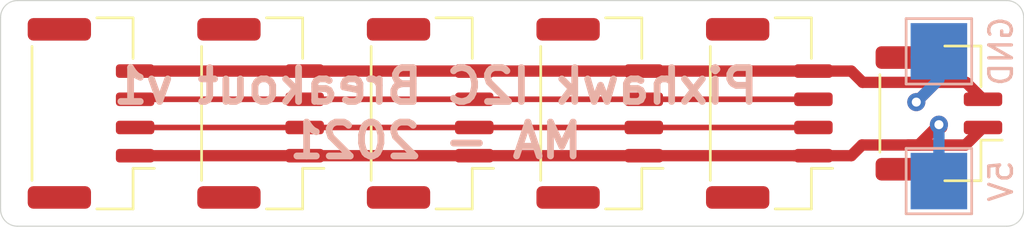
<source format=kicad_pcb>
(kicad_pcb (version 20171130) (host pcbnew "(5.1.5)-3")

  (general
    (thickness 1.6)
    (drawings 9)
    (tracks 25)
    (zones 0)
    (modules 8)
    (nets 5)
  )

  (page A4)
  (layers
    (0 F.Cu signal)
    (31 B.Cu signal)
    (32 B.Adhes user)
    (33 F.Adhes user)
    (34 B.Paste user)
    (35 F.Paste user)
    (36 B.SilkS user)
    (37 F.SilkS user)
    (38 B.Mask user)
    (39 F.Mask user)
    (40 Dwgs.User user)
    (41 Cmts.User user)
    (42 Eco1.User user)
    (43 Eco2.User user)
    (44 Edge.Cuts user)
    (45 Margin user)
    (46 B.CrtYd user)
    (47 F.CrtYd user)
    (48 B.Fab user hide)
    (49 F.Fab user hide)
  )

  (setup
    (last_trace_width 0.25)
    (trace_clearance 0.2)
    (zone_clearance 0.508)
    (zone_45_only no)
    (trace_min 0.2)
    (via_size 0.8)
    (via_drill 0.4)
    (via_min_size 0.4)
    (via_min_drill 0.3)
    (uvia_size 0.3)
    (uvia_drill 0.1)
    (uvias_allowed no)
    (uvia_min_size 0.2)
    (uvia_min_drill 0.1)
    (edge_width 0.05)
    (segment_width 0.2)
    (pcb_text_width 0.3)
    (pcb_text_size 1.5 1.5)
    (mod_edge_width 0.12)
    (mod_text_size 1 1)
    (mod_text_width 0.15)
    (pad_size 1.524 1.524)
    (pad_drill 0.762)
    (pad_to_mask_clearance 0.051)
    (solder_mask_min_width 0.25)
    (aux_axis_origin 0 0)
    (visible_elements FFFFFF7F)
    (pcbplotparams
      (layerselection 0x010fc_ffffffff)
      (usegerberextensions true)
      (usegerberattributes false)
      (usegerberadvancedattributes false)
      (creategerberjobfile false)
      (excludeedgelayer true)
      (linewidth 0.100000)
      (plotframeref false)
      (viasonmask false)
      (mode 1)
      (useauxorigin false)
      (hpglpennumber 1)
      (hpglpenspeed 20)
      (hpglpendiameter 15.000000)
      (psnegative false)
      (psa4output false)
      (plotreference true)
      (plotvalue true)
      (plotinvisibletext false)
      (padsonsilk false)
      (subtractmaskfromsilk true)
      (outputformat 1)
      (mirror false)
      (drillshape 0)
      (scaleselection 1)
      (outputdirectory "outputs/"))
  )

  (net 0 "")
  (net 1 Earth)
  (net 2 +5V)
  (net 3 "Net-(J2-Pad3)")
  (net 4 "Net-(J2-Pad2)")

  (net_class Default "This is the default net class."
    (clearance 0.2)
    (trace_width 0.25)
    (via_dia 0.8)
    (via_drill 0.4)
    (uvia_dia 0.3)
    (uvia_drill 0.1)
    (add_net "Net-(J2-Pad2)")
    (add_net "Net-(J2-Pad3)")
  )

  (net_class Power ""
    (clearance 0.2)
    (trace_width 0.5)
    (via_dia 0.8)
    (via_drill 0.4)
    (uvia_dia 0.3)
    (uvia_drill 0.1)
    (add_net +5V)
    (add_net Earth)
  )

  (module TestPoint:TestPoint_Pad_2.5x2.5mm (layer B.Cu) (tedit 5A0F774F) (tstamp 616D21B0)
    (at 210 72.25)
    (descr "SMD rectangular pad as test Point, square 2.5mm side length")
    (tags "test point SMD pad rectangle square")
    (path /616D4A04)
    (attr virtual)
    (fp_text reference J8 (at 0 2.148) (layer F.Fab)
      (effects (font (size 1 1) (thickness 0.15)) (justify mirror))
    )
    (fp_text value GND (at 2.75 0 270) (layer B.SilkS)
      (effects (font (size 1 1) (thickness 0.15)) (justify mirror))
    )
    (fp_line (start 1.75 -1.75) (end -1.75 -1.75) (layer B.CrtYd) (width 0.05))
    (fp_line (start 1.75 -1.75) (end 1.75 1.75) (layer B.CrtYd) (width 0.05))
    (fp_line (start -1.75 1.75) (end -1.75 -1.75) (layer B.CrtYd) (width 0.05))
    (fp_line (start -1.75 1.75) (end 1.75 1.75) (layer B.CrtYd) (width 0.05))
    (fp_line (start -1.45 -1.45) (end -1.45 1.45) (layer B.SilkS) (width 0.12))
    (fp_line (start 1.45 -1.45) (end -1.45 -1.45) (layer B.SilkS) (width 0.12))
    (fp_line (start 1.45 1.45) (end 1.45 -1.45) (layer B.SilkS) (width 0.12))
    (fp_line (start -1.45 1.45) (end 1.45 1.45) (layer B.SilkS) (width 0.12))
    (fp_text user %R (at 0 2.15) (layer B.Fab)
      (effects (font (size 1 1) (thickness 0.15)) (justify mirror))
    )
    (pad 1 smd rect (at 0 0) (size 2.5 2.5) (layers B.Cu B.Mask)
      (net 1 Earth))
  )

  (module TestPoint:TestPoint_Pad_2.5x2.5mm (layer B.Cu) (tedit 5A0F774F) (tstamp 616D21A2)
    (at 210 78)
    (descr "SMD rectangular pad as test Point, square 2.5mm side length")
    (tags "test point SMD pad rectangle square")
    (path /616D4732)
    (attr virtual)
    (fp_text reference J7 (at 0 2.148) (layer F.Fab)
      (effects (font (size 1 1) (thickness 0.15)) (justify mirror))
    )
    (fp_text value 5V (at 2.75 0 90) (layer B.SilkS)
      (effects (font (size 1 1) (thickness 0.15)) (justify mirror))
    )
    (fp_line (start 1.75 -1.75) (end -1.75 -1.75) (layer B.CrtYd) (width 0.05))
    (fp_line (start 1.75 -1.75) (end 1.75 1.75) (layer B.CrtYd) (width 0.05))
    (fp_line (start -1.75 1.75) (end -1.75 -1.75) (layer B.CrtYd) (width 0.05))
    (fp_line (start -1.75 1.75) (end 1.75 1.75) (layer B.CrtYd) (width 0.05))
    (fp_line (start -1.45 -1.45) (end -1.45 1.45) (layer B.SilkS) (width 0.12))
    (fp_line (start 1.45 -1.45) (end -1.45 -1.45) (layer B.SilkS) (width 0.12))
    (fp_line (start 1.45 1.45) (end 1.45 -1.45) (layer B.SilkS) (width 0.12))
    (fp_line (start -1.45 1.45) (end 1.45 1.45) (layer B.SilkS) (width 0.12))
    (fp_text user %R (at 0 2.15) (layer B.Fab)
      (effects (font (size 1 1) (thickness 0.15)) (justify mirror))
    )
    (pad 1 smd rect (at 0 0) (size 2.5 2.5) (layers B.Cu B.Mask)
      (net 2 +5V))
  )

  (module Connector_JST:JST_GH_BM04B-GHS-TBT_1x04-1MP_P1.25mm_Vertical (layer F.Cu) (tedit 5B78AD87) (tstamp 616CD8AA)
    (at 180 75 90)
    (descr "JST GH series connector, BM04B-GHS-TBT (http://www.jst-mfg.com/product/pdf/eng/eGH.pdf), generated with kicad-footprint-generator")
    (tags "connector JST GH side entry")
    (path /616CEBB2)
    (attr smd)
    (fp_text reference J6 (at 0 -4 90) (layer F.Fab)
      (effects (font (size 1 1) (thickness 0.15)))
    )
    (fp_text value Conn_01x04_Male (at 0 4 90) (layer F.Fab)
      (effects (font (size 1 1) (thickness 0.15)))
    )
    (fp_text user %R (at 0 -1.5 90) (layer F.Fab)
      (effects (font (size 1 1) (thickness 0.15)))
    )
    (fp_line (start -1.875 1.042893) (end -1.375 1.75) (layer F.Fab) (width 0.1))
    (fp_line (start -2.375 1.75) (end -1.875 1.042893) (layer F.Fab) (width 0.1))
    (fp_line (start 4.72 -3.3) (end -4.72 -3.3) (layer F.CrtYd) (width 0.05))
    (fp_line (start 4.72 3.3) (end 4.72 -3.3) (layer F.CrtYd) (width 0.05))
    (fp_line (start -4.72 3.3) (end 4.72 3.3) (layer F.CrtYd) (width 0.05))
    (fp_line (start -4.72 -3.3) (end -4.72 3.3) (layer F.CrtYd) (width 0.05))
    (fp_line (start 2.125 -0.5) (end 1.625 -0.5) (layer F.Fab) (width 0.1))
    (fp_line (start 2.125 0) (end 2.125 -0.5) (layer F.Fab) (width 0.1))
    (fp_line (start 1.625 0) (end 2.125 0) (layer F.Fab) (width 0.1))
    (fp_line (start 1.625 -0.5) (end 1.625 0) (layer F.Fab) (width 0.1))
    (fp_line (start 0.875 -0.5) (end 0.375 -0.5) (layer F.Fab) (width 0.1))
    (fp_line (start 0.875 0) (end 0.875 -0.5) (layer F.Fab) (width 0.1))
    (fp_line (start 0.375 0) (end 0.875 0) (layer F.Fab) (width 0.1))
    (fp_line (start 0.375 -0.5) (end 0.375 0) (layer F.Fab) (width 0.1))
    (fp_line (start -0.375 -0.5) (end -0.875 -0.5) (layer F.Fab) (width 0.1))
    (fp_line (start -0.375 0) (end -0.375 -0.5) (layer F.Fab) (width 0.1))
    (fp_line (start -0.875 0) (end -0.375 0) (layer F.Fab) (width 0.1))
    (fp_line (start -0.875 -0.5) (end -0.875 0) (layer F.Fab) (width 0.1))
    (fp_line (start -1.625 -0.5) (end -2.125 -0.5) (layer F.Fab) (width 0.1))
    (fp_line (start -1.625 0) (end -1.625 -0.5) (layer F.Fab) (width 0.1))
    (fp_line (start -2.125 0) (end -1.625 0) (layer F.Fab) (width 0.1))
    (fp_line (start -2.125 -0.5) (end -2.125 0) (layer F.Fab) (width 0.1))
    (fp_line (start 4.125 1.75) (end 4.125 -2.5) (layer F.Fab) (width 0.1))
    (fp_line (start -4.125 1.75) (end -4.125 -2.5) (layer F.Fab) (width 0.1))
    (fp_line (start -4.125 -2.5) (end 4.125 -2.5) (layer F.Fab) (width 0.1))
    (fp_line (start -2.965 -2.61) (end 2.965 -2.61) (layer F.SilkS) (width 0.12))
    (fp_line (start 4.235 1.86) (end 2.435 1.86) (layer F.SilkS) (width 0.12))
    (fp_line (start 4.235 0.26) (end 4.235 1.86) (layer F.SilkS) (width 0.12))
    (fp_line (start -2.435 1.86) (end -2.435 2.8) (layer F.SilkS) (width 0.12))
    (fp_line (start -4.235 1.86) (end -2.435 1.86) (layer F.SilkS) (width 0.12))
    (fp_line (start -4.235 0.26) (end -4.235 1.86) (layer F.SilkS) (width 0.12))
    (fp_line (start -4.125 1.75) (end 4.125 1.75) (layer F.Fab) (width 0.1))
    (pad MP smd roundrect (at 3.725 -1.4 90) (size 1 2.8) (layers F.Cu F.Paste F.Mask) (roundrect_rratio 0.25))
    (pad MP smd roundrect (at -3.725 -1.4 90) (size 1 2.8) (layers F.Cu F.Paste F.Mask) (roundrect_rratio 0.25))
    (pad 4 smd roundrect (at 1.875 1.95 90) (size 0.6 1.7) (layers F.Cu F.Paste F.Mask) (roundrect_rratio 0.25)
      (net 1 Earth))
    (pad 3 smd roundrect (at 0.625 1.95 90) (size 0.6 1.7) (layers F.Cu F.Paste F.Mask) (roundrect_rratio 0.25)
      (net 3 "Net-(J2-Pad3)"))
    (pad 2 smd roundrect (at -0.625 1.95 90) (size 0.6 1.7) (layers F.Cu F.Paste F.Mask) (roundrect_rratio 0.25)
      (net 4 "Net-(J2-Pad2)"))
    (pad 1 smd roundrect (at -1.875 1.95 90) (size 0.6 1.7) (layers F.Cu F.Paste F.Mask) (roundrect_rratio 0.25)
      (net 2 +5V))
    (model ${KISYS3DMOD}/Connector_JST.3dshapes/JST_GH_BM04B-GHS-TBT_1x04-1MP_P1.25mm_Vertical.wrl
      (at (xyz 0 0 0))
      (scale (xyz 1 1 1))
      (rotate (xyz 0 0 0))
    )
  )

  (module Connector_JST:JST_GH_BM04B-GHS-TBT_1x04-1MP_P1.25mm_Vertical (layer F.Cu) (tedit 5B78AD87) (tstamp 616CD70C)
    (at 195 75 90)
    (descr "JST GH series connector, BM04B-GHS-TBT (http://www.jst-mfg.com/product/pdf/eng/eGH.pdf), generated with kicad-footprint-generator")
    (tags "connector JST GH side entry")
    (path /616CE858)
    (attr smd)
    (fp_text reference J5 (at 0 -4 90) (layer F.Fab)
      (effects (font (size 1 1) (thickness 0.15)))
    )
    (fp_text value Conn_01x04_Male (at 0 4 90) (layer F.Fab)
      (effects (font (size 1 1) (thickness 0.15)))
    )
    (fp_text user %R (at 0 -1.5 90) (layer F.Fab)
      (effects (font (size 1 1) (thickness 0.15)))
    )
    (fp_line (start -1.875 1.042893) (end -1.375 1.75) (layer F.Fab) (width 0.1))
    (fp_line (start -2.375 1.75) (end -1.875 1.042893) (layer F.Fab) (width 0.1))
    (fp_line (start 4.72 -3.3) (end -4.72 -3.3) (layer F.CrtYd) (width 0.05))
    (fp_line (start 4.72 3.3) (end 4.72 -3.3) (layer F.CrtYd) (width 0.05))
    (fp_line (start -4.72 3.3) (end 4.72 3.3) (layer F.CrtYd) (width 0.05))
    (fp_line (start -4.72 -3.3) (end -4.72 3.3) (layer F.CrtYd) (width 0.05))
    (fp_line (start 2.125 -0.5) (end 1.625 -0.5) (layer F.Fab) (width 0.1))
    (fp_line (start 2.125 0) (end 2.125 -0.5) (layer F.Fab) (width 0.1))
    (fp_line (start 1.625 0) (end 2.125 0) (layer F.Fab) (width 0.1))
    (fp_line (start 1.625 -0.5) (end 1.625 0) (layer F.Fab) (width 0.1))
    (fp_line (start 0.875 -0.5) (end 0.375 -0.5) (layer F.Fab) (width 0.1))
    (fp_line (start 0.875 0) (end 0.875 -0.5) (layer F.Fab) (width 0.1))
    (fp_line (start 0.375 0) (end 0.875 0) (layer F.Fab) (width 0.1))
    (fp_line (start 0.375 -0.5) (end 0.375 0) (layer F.Fab) (width 0.1))
    (fp_line (start -0.375 -0.5) (end -0.875 -0.5) (layer F.Fab) (width 0.1))
    (fp_line (start -0.375 0) (end -0.375 -0.5) (layer F.Fab) (width 0.1))
    (fp_line (start -0.875 0) (end -0.375 0) (layer F.Fab) (width 0.1))
    (fp_line (start -0.875 -0.5) (end -0.875 0) (layer F.Fab) (width 0.1))
    (fp_line (start -1.625 -0.5) (end -2.125 -0.5) (layer F.Fab) (width 0.1))
    (fp_line (start -1.625 0) (end -1.625 -0.5) (layer F.Fab) (width 0.1))
    (fp_line (start -2.125 0) (end -1.625 0) (layer F.Fab) (width 0.1))
    (fp_line (start -2.125 -0.5) (end -2.125 0) (layer F.Fab) (width 0.1))
    (fp_line (start 4.125 1.75) (end 4.125 -2.5) (layer F.Fab) (width 0.1))
    (fp_line (start -4.125 1.75) (end -4.125 -2.5) (layer F.Fab) (width 0.1))
    (fp_line (start -4.125 -2.5) (end 4.125 -2.5) (layer F.Fab) (width 0.1))
    (fp_line (start -2.965 -2.61) (end 2.965 -2.61) (layer F.SilkS) (width 0.12))
    (fp_line (start 4.235 1.86) (end 2.435 1.86) (layer F.SilkS) (width 0.12))
    (fp_line (start 4.235 0.26) (end 4.235 1.86) (layer F.SilkS) (width 0.12))
    (fp_line (start -2.435 1.86) (end -2.435 2.8) (layer F.SilkS) (width 0.12))
    (fp_line (start -4.235 1.86) (end -2.435 1.86) (layer F.SilkS) (width 0.12))
    (fp_line (start -4.235 0.26) (end -4.235 1.86) (layer F.SilkS) (width 0.12))
    (fp_line (start -4.125 1.75) (end 4.125 1.75) (layer F.Fab) (width 0.1))
    (pad MP smd roundrect (at 3.725 -1.4 90) (size 1 2.8) (layers F.Cu F.Paste F.Mask) (roundrect_rratio 0.25))
    (pad MP smd roundrect (at -3.725 -1.4 90) (size 1 2.8) (layers F.Cu F.Paste F.Mask) (roundrect_rratio 0.25))
    (pad 4 smd roundrect (at 1.875 1.95 90) (size 0.6 1.7) (layers F.Cu F.Paste F.Mask) (roundrect_rratio 0.25)
      (net 1 Earth))
    (pad 3 smd roundrect (at 0.625 1.95 90) (size 0.6 1.7) (layers F.Cu F.Paste F.Mask) (roundrect_rratio 0.25)
      (net 3 "Net-(J2-Pad3)"))
    (pad 2 smd roundrect (at -0.625 1.95 90) (size 0.6 1.7) (layers F.Cu F.Paste F.Mask) (roundrect_rratio 0.25)
      (net 4 "Net-(J2-Pad2)"))
    (pad 1 smd roundrect (at -1.875 1.95 90) (size 0.6 1.7) (layers F.Cu F.Paste F.Mask) (roundrect_rratio 0.25)
      (net 2 +5V))
    (model ${KISYS3DMOD}/Connector_JST.3dshapes/JST_GH_BM04B-GHS-TBT_1x04-1MP_P1.25mm_Vertical.wrl
      (at (xyz 0 0 0))
      (scale (xyz 1 1 1))
      (rotate (xyz 0 0 0))
    )
  )

  (module Connector_JST:JST_GH_BM04B-GHS-TBT_1x04-1MP_P1.25mm_Vertical (layer F.Cu) (tedit 5B78AD87) (tstamp 616CD6E1)
    (at 172.5 75 90)
    (descr "JST GH series connector, BM04B-GHS-TBT (http://www.jst-mfg.com/product/pdf/eng/eGH.pdf), generated with kicad-footprint-generator")
    (tags "connector JST GH side entry")
    (path /616CE520)
    (attr smd)
    (fp_text reference J4 (at 0 -4 90) (layer F.Fab)
      (effects (font (size 1 1) (thickness 0.15)))
    )
    (fp_text value Conn_01x04_Male (at 0 4 90) (layer F.Fab)
      (effects (font (size 1 1) (thickness 0.15)))
    )
    (fp_text user %R (at 0 -1.5 90) (layer F.Fab)
      (effects (font (size 1 1) (thickness 0.15)))
    )
    (fp_line (start -1.875 1.042893) (end -1.375 1.75) (layer F.Fab) (width 0.1))
    (fp_line (start -2.375 1.75) (end -1.875 1.042893) (layer F.Fab) (width 0.1))
    (fp_line (start 4.72 -3.3) (end -4.72 -3.3) (layer F.CrtYd) (width 0.05))
    (fp_line (start 4.72 3.3) (end 4.72 -3.3) (layer F.CrtYd) (width 0.05))
    (fp_line (start -4.72 3.3) (end 4.72 3.3) (layer F.CrtYd) (width 0.05))
    (fp_line (start -4.72 -3.3) (end -4.72 3.3) (layer F.CrtYd) (width 0.05))
    (fp_line (start 2.125 -0.5) (end 1.625 -0.5) (layer F.Fab) (width 0.1))
    (fp_line (start 2.125 0) (end 2.125 -0.5) (layer F.Fab) (width 0.1))
    (fp_line (start 1.625 0) (end 2.125 0) (layer F.Fab) (width 0.1))
    (fp_line (start 1.625 -0.5) (end 1.625 0) (layer F.Fab) (width 0.1))
    (fp_line (start 0.875 -0.5) (end 0.375 -0.5) (layer F.Fab) (width 0.1))
    (fp_line (start 0.875 0) (end 0.875 -0.5) (layer F.Fab) (width 0.1))
    (fp_line (start 0.375 0) (end 0.875 0) (layer F.Fab) (width 0.1))
    (fp_line (start 0.375 -0.5) (end 0.375 0) (layer F.Fab) (width 0.1))
    (fp_line (start -0.375 -0.5) (end -0.875 -0.5) (layer F.Fab) (width 0.1))
    (fp_line (start -0.375 0) (end -0.375 -0.5) (layer F.Fab) (width 0.1))
    (fp_line (start -0.875 0) (end -0.375 0) (layer F.Fab) (width 0.1))
    (fp_line (start -0.875 -0.5) (end -0.875 0) (layer F.Fab) (width 0.1))
    (fp_line (start -1.625 -0.5) (end -2.125 -0.5) (layer F.Fab) (width 0.1))
    (fp_line (start -1.625 0) (end -1.625 -0.5) (layer F.Fab) (width 0.1))
    (fp_line (start -2.125 0) (end -1.625 0) (layer F.Fab) (width 0.1))
    (fp_line (start -2.125 -0.5) (end -2.125 0) (layer F.Fab) (width 0.1))
    (fp_line (start 4.125 1.75) (end 4.125 -2.5) (layer F.Fab) (width 0.1))
    (fp_line (start -4.125 1.75) (end -4.125 -2.5) (layer F.Fab) (width 0.1))
    (fp_line (start -4.125 -2.5) (end 4.125 -2.5) (layer F.Fab) (width 0.1))
    (fp_line (start -2.965 -2.61) (end 2.965 -2.61) (layer F.SilkS) (width 0.12))
    (fp_line (start 4.235 1.86) (end 2.435 1.86) (layer F.SilkS) (width 0.12))
    (fp_line (start 4.235 0.26) (end 4.235 1.86) (layer F.SilkS) (width 0.12))
    (fp_line (start -2.435 1.86) (end -2.435 2.8) (layer F.SilkS) (width 0.12))
    (fp_line (start -4.235 1.86) (end -2.435 1.86) (layer F.SilkS) (width 0.12))
    (fp_line (start -4.235 0.26) (end -4.235 1.86) (layer F.SilkS) (width 0.12))
    (fp_line (start -4.125 1.75) (end 4.125 1.75) (layer F.Fab) (width 0.1))
    (pad MP smd roundrect (at 3.725 -1.4 90) (size 1 2.8) (layers F.Cu F.Paste F.Mask) (roundrect_rratio 0.25))
    (pad MP smd roundrect (at -3.725 -1.4 90) (size 1 2.8) (layers F.Cu F.Paste F.Mask) (roundrect_rratio 0.25))
    (pad 4 smd roundrect (at 1.875 1.95 90) (size 0.6 1.7) (layers F.Cu F.Paste F.Mask) (roundrect_rratio 0.25)
      (net 1 Earth))
    (pad 3 smd roundrect (at 0.625 1.95 90) (size 0.6 1.7) (layers F.Cu F.Paste F.Mask) (roundrect_rratio 0.25)
      (net 3 "Net-(J2-Pad3)"))
    (pad 2 smd roundrect (at -0.625 1.95 90) (size 0.6 1.7) (layers F.Cu F.Paste F.Mask) (roundrect_rratio 0.25)
      (net 4 "Net-(J2-Pad2)"))
    (pad 1 smd roundrect (at -1.875 1.95 90) (size 0.6 1.7) (layers F.Cu F.Paste F.Mask) (roundrect_rratio 0.25)
      (net 2 +5V))
    (model ${KISYS3DMOD}/Connector_JST.3dshapes/JST_GH_BM04B-GHS-TBT_1x04-1MP_P1.25mm_Vertical.wrl
      (at (xyz 0 0 0))
      (scale (xyz 1 1 1))
      (rotate (xyz 0 0 0))
    )
  )

  (module Connector_JST:JST_GH_BM04B-GHS-TBT_1x04-1MP_P1.25mm_Vertical (layer F.Cu) (tedit 5B78AD87) (tstamp 616CD6B6)
    (at 202.5 75 90)
    (descr "JST GH series connector, BM04B-GHS-TBT (http://www.jst-mfg.com/product/pdf/eng/eGH.pdf), generated with kicad-footprint-generator")
    (tags "connector JST GH side entry")
    (path /616CE17D)
    (attr smd)
    (fp_text reference J3 (at 0 -4 90) (layer F.Fab)
      (effects (font (size 1 1) (thickness 0.15)))
    )
    (fp_text value Conn_01x04_Male (at 0 4 90) (layer F.Fab)
      (effects (font (size 1 1) (thickness 0.15)))
    )
    (fp_text user %R (at 0 -1.5 90) (layer F.Fab)
      (effects (font (size 1 1) (thickness 0.15)))
    )
    (fp_line (start -1.875 1.042893) (end -1.375 1.75) (layer F.Fab) (width 0.1))
    (fp_line (start -2.375 1.75) (end -1.875 1.042893) (layer F.Fab) (width 0.1))
    (fp_line (start 4.72 -3.3) (end -4.72 -3.3) (layer F.CrtYd) (width 0.05))
    (fp_line (start 4.72 3.3) (end 4.72 -3.3) (layer F.CrtYd) (width 0.05))
    (fp_line (start -4.72 3.3) (end 4.72 3.3) (layer F.CrtYd) (width 0.05))
    (fp_line (start -4.72 -3.3) (end -4.72 3.3) (layer F.CrtYd) (width 0.05))
    (fp_line (start 2.125 -0.5) (end 1.625 -0.5) (layer F.Fab) (width 0.1))
    (fp_line (start 2.125 0) (end 2.125 -0.5) (layer F.Fab) (width 0.1))
    (fp_line (start 1.625 0) (end 2.125 0) (layer F.Fab) (width 0.1))
    (fp_line (start 1.625 -0.5) (end 1.625 0) (layer F.Fab) (width 0.1))
    (fp_line (start 0.875 -0.5) (end 0.375 -0.5) (layer F.Fab) (width 0.1))
    (fp_line (start 0.875 0) (end 0.875 -0.5) (layer F.Fab) (width 0.1))
    (fp_line (start 0.375 0) (end 0.875 0) (layer F.Fab) (width 0.1))
    (fp_line (start 0.375 -0.5) (end 0.375 0) (layer F.Fab) (width 0.1))
    (fp_line (start -0.375 -0.5) (end -0.875 -0.5) (layer F.Fab) (width 0.1))
    (fp_line (start -0.375 0) (end -0.375 -0.5) (layer F.Fab) (width 0.1))
    (fp_line (start -0.875 0) (end -0.375 0) (layer F.Fab) (width 0.1))
    (fp_line (start -0.875 -0.5) (end -0.875 0) (layer F.Fab) (width 0.1))
    (fp_line (start -1.625 -0.5) (end -2.125 -0.5) (layer F.Fab) (width 0.1))
    (fp_line (start -1.625 0) (end -1.625 -0.5) (layer F.Fab) (width 0.1))
    (fp_line (start -2.125 0) (end -1.625 0) (layer F.Fab) (width 0.1))
    (fp_line (start -2.125 -0.5) (end -2.125 0) (layer F.Fab) (width 0.1))
    (fp_line (start 4.125 1.75) (end 4.125 -2.5) (layer F.Fab) (width 0.1))
    (fp_line (start -4.125 1.75) (end -4.125 -2.5) (layer F.Fab) (width 0.1))
    (fp_line (start -4.125 -2.5) (end 4.125 -2.5) (layer F.Fab) (width 0.1))
    (fp_line (start -2.965 -2.61) (end 2.965 -2.61) (layer F.SilkS) (width 0.12))
    (fp_line (start 4.235 1.86) (end 2.435 1.86) (layer F.SilkS) (width 0.12))
    (fp_line (start 4.235 0.26) (end 4.235 1.86) (layer F.SilkS) (width 0.12))
    (fp_line (start -2.435 1.86) (end -2.435 2.8) (layer F.SilkS) (width 0.12))
    (fp_line (start -4.235 1.86) (end -2.435 1.86) (layer F.SilkS) (width 0.12))
    (fp_line (start -4.235 0.26) (end -4.235 1.86) (layer F.SilkS) (width 0.12))
    (fp_line (start -4.125 1.75) (end 4.125 1.75) (layer F.Fab) (width 0.1))
    (pad MP smd roundrect (at 3.725 -1.4 90) (size 1 2.8) (layers F.Cu F.Paste F.Mask) (roundrect_rratio 0.25))
    (pad MP smd roundrect (at -3.725 -1.4 90) (size 1 2.8) (layers F.Cu F.Paste F.Mask) (roundrect_rratio 0.25))
    (pad 4 smd roundrect (at 1.875 1.95 90) (size 0.6 1.7) (layers F.Cu F.Paste F.Mask) (roundrect_rratio 0.25)
      (net 1 Earth))
    (pad 3 smd roundrect (at 0.625 1.95 90) (size 0.6 1.7) (layers F.Cu F.Paste F.Mask) (roundrect_rratio 0.25)
      (net 3 "Net-(J2-Pad3)"))
    (pad 2 smd roundrect (at -0.625 1.95 90) (size 0.6 1.7) (layers F.Cu F.Paste F.Mask) (roundrect_rratio 0.25)
      (net 4 "Net-(J2-Pad2)"))
    (pad 1 smd roundrect (at -1.875 1.95 90) (size 0.6 1.7) (layers F.Cu F.Paste F.Mask) (roundrect_rratio 0.25)
      (net 2 +5V))
    (model ${KISYS3DMOD}/Connector_JST.3dshapes/JST_GH_BM04B-GHS-TBT_1x04-1MP_P1.25mm_Vertical.wrl
      (at (xyz 0 0 0))
      (scale (xyz 1 1 1))
      (rotate (xyz 0 0 0))
    )
  )

  (module Connector_JST:JST_GH_BM04B-GHS-TBT_1x04-1MP_P1.25mm_Vertical (layer F.Cu) (tedit 5B78AD87) (tstamp 616CD68B)
    (at 187.5 75 90)
    (descr "JST GH series connector, BM04B-GHS-TBT (http://www.jst-mfg.com/product/pdf/eng/eGH.pdf), generated with kicad-footprint-generator")
    (tags "connector JST GH side entry")
    (path /616CD407)
    (attr smd)
    (fp_text reference J2 (at 0 -4 90) (layer F.Fab)
      (effects (font (size 1 1) (thickness 0.15)))
    )
    (fp_text value Conn_01x04_Male (at 0 4 90) (layer F.Fab)
      (effects (font (size 1 1) (thickness 0.15)))
    )
    (fp_text user %R (at 0 -1.5 90) (layer F.Fab)
      (effects (font (size 1 1) (thickness 0.15)))
    )
    (fp_line (start -1.875 1.042893) (end -1.375 1.75) (layer F.Fab) (width 0.1))
    (fp_line (start -2.375 1.75) (end -1.875 1.042893) (layer F.Fab) (width 0.1))
    (fp_line (start 4.72 -3.3) (end -4.72 -3.3) (layer F.CrtYd) (width 0.05))
    (fp_line (start 4.72 3.3) (end 4.72 -3.3) (layer F.CrtYd) (width 0.05))
    (fp_line (start -4.72 3.3) (end 4.72 3.3) (layer F.CrtYd) (width 0.05))
    (fp_line (start -4.72 -3.3) (end -4.72 3.3) (layer F.CrtYd) (width 0.05))
    (fp_line (start 2.125 -0.5) (end 1.625 -0.5) (layer F.Fab) (width 0.1))
    (fp_line (start 2.125 0) (end 2.125 -0.5) (layer F.Fab) (width 0.1))
    (fp_line (start 1.625 0) (end 2.125 0) (layer F.Fab) (width 0.1))
    (fp_line (start 1.625 -0.5) (end 1.625 0) (layer F.Fab) (width 0.1))
    (fp_line (start 0.875 -0.5) (end 0.375 -0.5) (layer F.Fab) (width 0.1))
    (fp_line (start 0.875 0) (end 0.875 -0.5) (layer F.Fab) (width 0.1))
    (fp_line (start 0.375 0) (end 0.875 0) (layer F.Fab) (width 0.1))
    (fp_line (start 0.375 -0.5) (end 0.375 0) (layer F.Fab) (width 0.1))
    (fp_line (start -0.375 -0.5) (end -0.875 -0.5) (layer F.Fab) (width 0.1))
    (fp_line (start -0.375 0) (end -0.375 -0.5) (layer F.Fab) (width 0.1))
    (fp_line (start -0.875 0) (end -0.375 0) (layer F.Fab) (width 0.1))
    (fp_line (start -0.875 -0.5) (end -0.875 0) (layer F.Fab) (width 0.1))
    (fp_line (start -1.625 -0.5) (end -2.125 -0.5) (layer F.Fab) (width 0.1))
    (fp_line (start -1.625 0) (end -1.625 -0.5) (layer F.Fab) (width 0.1))
    (fp_line (start -2.125 0) (end -1.625 0) (layer F.Fab) (width 0.1))
    (fp_line (start -2.125 -0.5) (end -2.125 0) (layer F.Fab) (width 0.1))
    (fp_line (start 4.125 1.75) (end 4.125 -2.5) (layer F.Fab) (width 0.1))
    (fp_line (start -4.125 1.75) (end -4.125 -2.5) (layer F.Fab) (width 0.1))
    (fp_line (start -4.125 -2.5) (end 4.125 -2.5) (layer F.Fab) (width 0.1))
    (fp_line (start -2.965 -2.61) (end 2.965 -2.61) (layer F.SilkS) (width 0.12))
    (fp_line (start 4.235 1.86) (end 2.435 1.86) (layer F.SilkS) (width 0.12))
    (fp_line (start 4.235 0.26) (end 4.235 1.86) (layer F.SilkS) (width 0.12))
    (fp_line (start -2.435 1.86) (end -2.435 2.8) (layer F.SilkS) (width 0.12))
    (fp_line (start -4.235 1.86) (end -2.435 1.86) (layer F.SilkS) (width 0.12))
    (fp_line (start -4.235 0.26) (end -4.235 1.86) (layer F.SilkS) (width 0.12))
    (fp_line (start -4.125 1.75) (end 4.125 1.75) (layer F.Fab) (width 0.1))
    (pad MP smd roundrect (at 3.725 -1.4 90) (size 1 2.8) (layers F.Cu F.Paste F.Mask) (roundrect_rratio 0.25))
    (pad MP smd roundrect (at -3.725 -1.4 90) (size 1 2.8) (layers F.Cu F.Paste F.Mask) (roundrect_rratio 0.25))
    (pad 4 smd roundrect (at 1.875 1.95 90) (size 0.6 1.7) (layers F.Cu F.Paste F.Mask) (roundrect_rratio 0.25)
      (net 1 Earth))
    (pad 3 smd roundrect (at 0.625 1.95 90) (size 0.6 1.7) (layers F.Cu F.Paste F.Mask) (roundrect_rratio 0.25)
      (net 3 "Net-(J2-Pad3)"))
    (pad 2 smd roundrect (at -0.625 1.95 90) (size 0.6 1.7) (layers F.Cu F.Paste F.Mask) (roundrect_rratio 0.25)
      (net 4 "Net-(J2-Pad2)"))
    (pad 1 smd roundrect (at -1.875 1.95 90) (size 0.6 1.7) (layers F.Cu F.Paste F.Mask) (roundrect_rratio 0.25)
      (net 2 +5V))
    (model ${KISYS3DMOD}/Connector_JST.3dshapes/JST_GH_BM04B-GHS-TBT_1x04-1MP_P1.25mm_Vertical.wrl
      (at (xyz 0 0 0))
      (scale (xyz 1 1 1))
      (rotate (xyz 0 0 0))
    )
  )

  (module Connector_JST:JST_GH_BM02B-GHS-TBT_1x02-1MP_P1.25mm_Vertical (layer F.Cu) (tedit 5B78AD87) (tstamp 616CD660)
    (at 210 75 90)
    (descr "JST GH series connector, BM02B-GHS-TBT (http://www.jst-mfg.com/product/pdf/eng/eGH.pdf), generated with kicad-footprint-generator")
    (tags "connector JST GH side entry")
    (path /616CEFDD)
    (attr smd)
    (fp_text reference J1 (at 0 -4 90) (layer F.Fab)
      (effects (font (size 1 1) (thickness 0.15)))
    )
    (fp_text value Conn_01x02_Male (at 0 4 90) (layer F.Fab)
      (effects (font (size 1 1) (thickness 0.15)))
    )
    (fp_text user %R (at 0 -1.5 90) (layer F.Fab)
      (effects (font (size 1 1) (thickness 0.15)))
    )
    (fp_line (start -0.625 1.042893) (end -0.125 1.75) (layer F.Fab) (width 0.1))
    (fp_line (start -1.125 1.75) (end -0.625 1.042893) (layer F.Fab) (width 0.1))
    (fp_line (start 3.48 -3.3) (end -3.48 -3.3) (layer F.CrtYd) (width 0.05))
    (fp_line (start 3.48 3.3) (end 3.48 -3.3) (layer F.CrtYd) (width 0.05))
    (fp_line (start -3.48 3.3) (end 3.48 3.3) (layer F.CrtYd) (width 0.05))
    (fp_line (start -3.48 -3.3) (end -3.48 3.3) (layer F.CrtYd) (width 0.05))
    (fp_line (start 0.875 -0.5) (end 0.375 -0.5) (layer F.Fab) (width 0.1))
    (fp_line (start 0.875 0) (end 0.875 -0.5) (layer F.Fab) (width 0.1))
    (fp_line (start 0.375 0) (end 0.875 0) (layer F.Fab) (width 0.1))
    (fp_line (start 0.375 -0.5) (end 0.375 0) (layer F.Fab) (width 0.1))
    (fp_line (start -0.375 -0.5) (end -0.875 -0.5) (layer F.Fab) (width 0.1))
    (fp_line (start -0.375 0) (end -0.375 -0.5) (layer F.Fab) (width 0.1))
    (fp_line (start -0.875 0) (end -0.375 0) (layer F.Fab) (width 0.1))
    (fp_line (start -0.875 -0.5) (end -0.875 0) (layer F.Fab) (width 0.1))
    (fp_line (start 2.875 1.75) (end 2.875 -2.5) (layer F.Fab) (width 0.1))
    (fp_line (start -2.875 1.75) (end -2.875 -2.5) (layer F.Fab) (width 0.1))
    (fp_line (start -2.875 -2.5) (end 2.875 -2.5) (layer F.Fab) (width 0.1))
    (fp_line (start -1.715 -2.61) (end 1.715 -2.61) (layer F.SilkS) (width 0.12))
    (fp_line (start 2.985 1.86) (end 1.185 1.86) (layer F.SilkS) (width 0.12))
    (fp_line (start 2.985 0.26) (end 2.985 1.86) (layer F.SilkS) (width 0.12))
    (fp_line (start -1.185 1.86) (end -1.185 2.8) (layer F.SilkS) (width 0.12))
    (fp_line (start -2.985 1.86) (end -1.185 1.86) (layer F.SilkS) (width 0.12))
    (fp_line (start -2.985 0.26) (end -2.985 1.86) (layer F.SilkS) (width 0.12))
    (fp_line (start -2.875 1.75) (end 2.875 1.75) (layer F.Fab) (width 0.1))
    (pad MP smd roundrect (at 2.475 -1.4 90) (size 1 2.8) (layers F.Cu F.Paste F.Mask) (roundrect_rratio 0.25))
    (pad MP smd roundrect (at -2.475 -1.4 90) (size 1 2.8) (layers F.Cu F.Paste F.Mask) (roundrect_rratio 0.25))
    (pad 2 smd roundrect (at 0.625 1.95 90) (size 0.6 1.7) (layers F.Cu F.Paste F.Mask) (roundrect_rratio 0.25)
      (net 1 Earth))
    (pad 1 smd roundrect (at -0.625 1.95 90) (size 0.6 1.7) (layers F.Cu F.Paste F.Mask) (roundrect_rratio 0.25)
      (net 2 +5V))
    (model ${KISYS3DMOD}/Connector_JST.3dshapes/JST_GH_BM02B-GHS-TBT_1x02-1MP_P1.25mm_Vertical.wrl
      (at (xyz 0 0 0))
      (scale (xyz 1 1 1))
      (rotate (xyz 0 0 0))
    )
  )

  (gr_arc (start 169.25 70.75) (end 169.25 70) (angle -90) (layer Edge.Cuts) (width 0.05))
  (gr_arc (start 169.25 79.25) (end 168.5 79.25) (angle -90) (layer Edge.Cuts) (width 0.05))
  (gr_arc (start 213 79.25) (end 213 80) (angle -90) (layer Edge.Cuts) (width 0.05))
  (gr_arc (start 213 70.75) (end 213.75 70.75) (angle -90) (layer Edge.Cuts) (width 0.05))
  (gr_text "Pixhawk I2C Breakout v1\nMA - 2021" (at 187.75 75) (layer B.SilkS)
    (effects (font (size 1.5 1.5) (thickness 0.3)) (justify mirror))
  )
  (gr_line (start 213 70) (end 169.25 70) (layer Edge.Cuts) (width 0.05) (tstamp 616CE48D))
  (gr_line (start 213.75 79.25) (end 213.75 70.75) (layer Edge.Cuts) (width 0.05))
  (gr_line (start 169.25 80) (end 213 80) (layer Edge.Cuts) (width 0.05))
  (gr_line (start 168.5 70.75) (end 168.5 79.25) (layer Edge.Cuts) (width 0.05))

  (segment (start 211.95 74.375) (end 211.19999 73.62499) (width 0.5) (layer F.Cu) (net 1))
  (segment (start 211.19999 73.62499) (end 209.87501 73.62499) (width 0.5) (layer F.Cu) (net 1))
  (via (at 209 74.5) (size 0.8) (drill 0.4) (layers F.Cu B.Cu) (net 1))
  (segment (start 209.87501 73.62499) (end 209 74.5) (width 0.5) (layer F.Cu) (net 1))
  (segment (start 209 72.5) (end 210 71.5) (width 0.5) (layer B.Cu) (net 1))
  (segment (start 210 73.5) (end 209 74.5) (width 0.5) (layer B.Cu) (net 1))
  (segment (start 210 72.25) (end 210 73.5) (width 0.5) (layer B.Cu) (net 1))
  (segment (start 209.87501 73.62499) (end 206.62499 73.62499) (width 0.5) (layer F.Cu) (net 1))
  (segment (start 206.125 73.125) (end 204.45 73.125) (width 0.5) (layer F.Cu) (net 1))
  (segment (start 206.62499 73.62499) (end 206.125 73.125) (width 0.5) (layer F.Cu) (net 1))
  (segment (start 204.45 73.125) (end 174.45 73.125) (width 0.5) (layer F.Cu) (net 1))
  (segment (start 211.95 75.625) (end 211.175 76.4) (width 0.5) (layer F.Cu) (net 2))
  (via (at 210 75.5) (size 0.8) (drill 0.4) (layers F.Cu B.Cu) (net 2))
  (segment (start 210.125 75.625) (end 210 75.5) (width 0.5) (layer F.Cu) (net 2))
  (segment (start 209.1 76.4) (end 210 75.5) (width 0.5) (layer F.Cu) (net 2))
  (segment (start 208.65 76.4) (end 209.1 76.4) (width 0.5) (layer F.Cu) (net 2))
  (segment (start 211.175 76.4) (end 208.65 76.4) (width 0.5) (layer F.Cu) (net 2))
  (segment (start 210 78) (end 210 75.5) (width 0.5) (layer B.Cu) (net 2))
  (segment (start 208.65 76.4) (end 206.6 76.4) (width 0.5) (layer F.Cu) (net 2))
  (segment (start 206.125 76.875) (end 204.45 76.875) (width 0.5) (layer F.Cu) (net 2))
  (segment (start 206.6 76.4) (end 206.125 76.875) (width 0.5) (layer F.Cu) (net 2))
  (segment (start 203.6 76.875) (end 174.45 76.875) (width 0.5) (layer F.Cu) (net 2))
  (segment (start 204.45 76.875) (end 203.6 76.875) (width 0.5) (layer F.Cu) (net 2))
  (segment (start 204.45 74.375) (end 174.45 74.375) (width 0.25) (layer F.Cu) (net 3))
  (segment (start 204.45 75.625) (end 174.45 75.625) (width 0.25) (layer F.Cu) (net 4))

)

</source>
